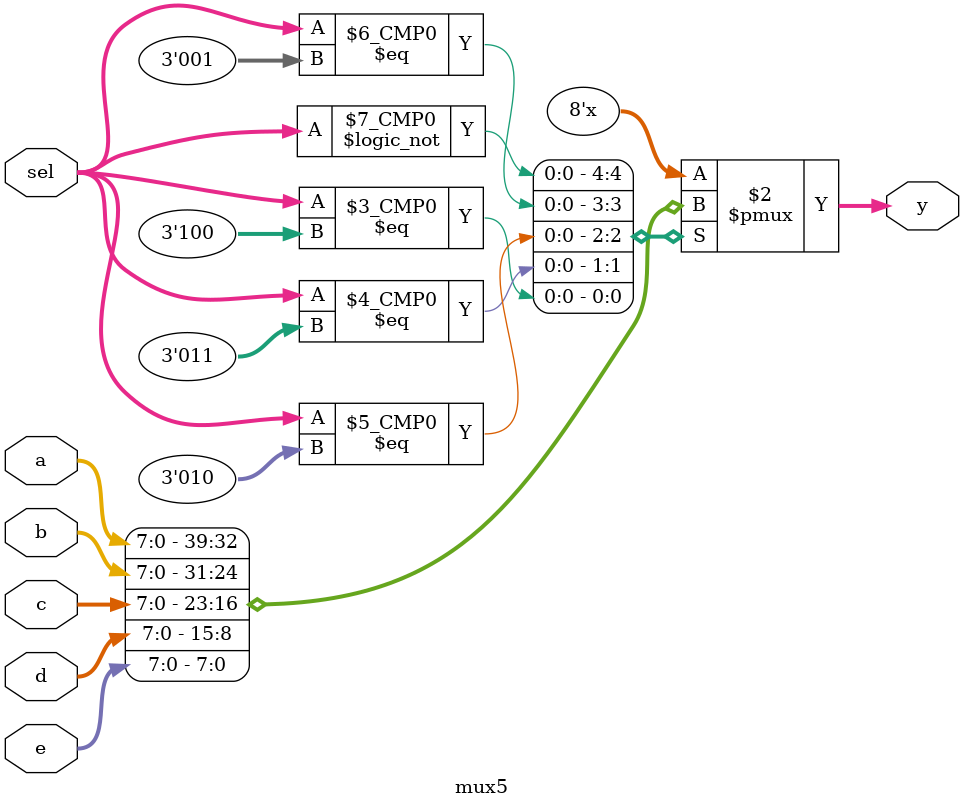
<source format=v>
module mux5 (a,b,c,d,e,sel,y);
input [2:0] sel;
input [7:0] a,b,c,d,e;
output reg [7:0] y;

	always @ (*)	
		begin
			case (sel)
				3'b000:	begin
					y<=a;
						end
				3'b001:	begin
					y<=b;
						end
				3'b010:	begin
					y<=c;
						end
				3'b011:	begin
					y<=d;
						end
				3'b100:	begin
					y<=e;
						end
			endcase	
		end
endmodule
</source>
